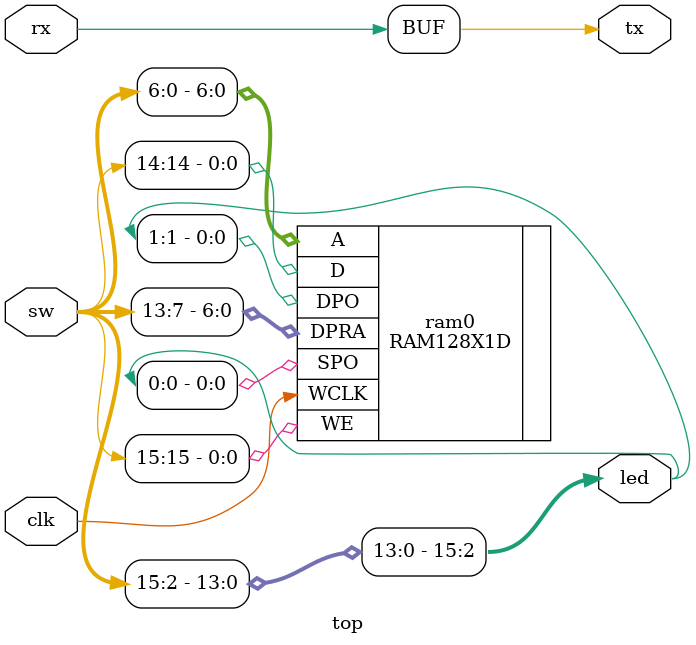
<source format=v>
module top (
    input  wire clk,

    input  wire rx,
    output wire tx,

    input  wire [15:0] sw,
    output wire [15:0] led
);
    RAM128X1D #(
        .INIT(128'b10)
    ) ram0 (
        .WCLK   (clk),
        .A      (sw[6:0]),
        .DPRA   (sw[13:7]),
        .SPO    (led[0]),
        .DPO    (led[1]),
        .D      (sw[14]),
        .WE     (sw[15])
    );

    assign led[15:2] = sw[15:2];
    assign tx = rx;

endmodule

</source>
